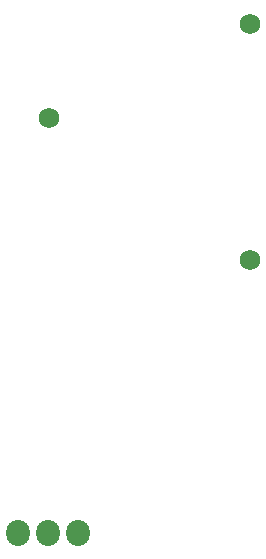
<source format=gbs>
%FSDAX23Y23*%
%MOIN*%
%SFA1B1*%

%IPPOS*%
%ADD12C,0.068000*%
%ADD13O,0.079000X0.087000*%
%LNelectrodo-1*%
%LPD*%
G54D12*
X02717Y02323D03*
Y03110D03*
X02047Y02795D03*
G54D13*
X01945Y01413D03*
X02145D03*
X01945D03*
X02045D03*
M02*
</source>
